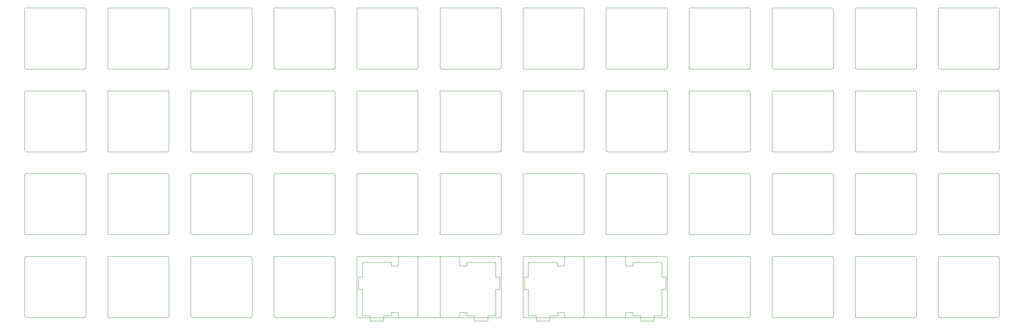
<source format=gbr>
G04 #@! TF.GenerationSoftware,KiCad,Pcbnew,(5.1.4)-1*
G04 #@! TF.CreationDate,2022-02-23T22:21:29-05:00*
G04 #@! TF.ProjectId,ortho-40percent,6f727468-6f2d-4343-9070-657263656e74,rev?*
G04 #@! TF.SameCoordinates,Original*
G04 #@! TF.FileFunction,Other,Comment*
%FSLAX46Y46*%
G04 Gerber Fmt 4.6, Leading zero omitted, Abs format (unit mm)*
G04 Created by KiCad (PCBNEW (5.1.4)-1) date 2022-02-23 22:21:29*
%MOMM*%
%LPD*%
G04 APERTURE LIST*
%ADD10C,0.100000*%
G04 APERTURE END LIST*
D10*
X43260000Y-222920000D02*
G75*
G03X42960000Y-223220000I0J-300000D01*
G01*
X42960000Y-236620000D02*
G75*
G03X43260000Y-236920000I300000J0D01*
G01*
X56960000Y-223220000D02*
G75*
G03X56660000Y-222920000I-300000J0D01*
G01*
X56660000Y-236920000D02*
G75*
G03X56960000Y-236620000I0J300000D01*
G01*
X43260000Y-236920000D02*
X56660000Y-236920000D01*
X42960000Y-236620000D02*
X42960000Y-223220000D01*
X56960000Y-236620000D02*
X56960000Y-223220000D01*
X43260000Y-222920000D02*
X56660000Y-222920000D01*
X62260000Y-222920000D02*
G75*
G03X61960000Y-223220000I0J-300000D01*
G01*
X61960000Y-236620000D02*
G75*
G03X62260000Y-236920000I300000J0D01*
G01*
X75960000Y-223220000D02*
G75*
G03X75660000Y-222920000I-300000J0D01*
G01*
X75660000Y-236920000D02*
G75*
G03X75960000Y-236620000I0J300000D01*
G01*
X62260000Y-236920000D02*
X75660000Y-236920000D01*
X61960000Y-236620000D02*
X61960000Y-223220000D01*
X75960000Y-236620000D02*
X75960000Y-223220000D01*
X62260000Y-222920000D02*
X75660000Y-222920000D01*
X81260000Y-222920000D02*
G75*
G03X80960000Y-223220000I0J-300000D01*
G01*
X80960000Y-236620000D02*
G75*
G03X81260000Y-236920000I300000J0D01*
G01*
X94960000Y-223220000D02*
G75*
G03X94660000Y-222920000I-300000J0D01*
G01*
X94660000Y-236920000D02*
G75*
G03X94960000Y-236620000I0J300000D01*
G01*
X81260000Y-236920000D02*
X94660000Y-236920000D01*
X80960000Y-236620000D02*
X80960000Y-223220000D01*
X94960000Y-236620000D02*
X94960000Y-223220000D01*
X81260000Y-222920000D02*
X94660000Y-222920000D01*
X100260000Y-222920000D02*
G75*
G03X99960000Y-223220000I0J-300000D01*
G01*
X99960000Y-236620000D02*
G75*
G03X100260000Y-236920000I300000J0D01*
G01*
X113960000Y-223220000D02*
G75*
G03X113660000Y-222920000I-300000J0D01*
G01*
X113660000Y-236920000D02*
G75*
G03X113960000Y-236620000I0J300000D01*
G01*
X100260000Y-236920000D02*
X113660000Y-236920000D01*
X99960000Y-236620000D02*
X99960000Y-223220000D01*
X113960000Y-236620000D02*
X113960000Y-223220000D01*
X100260000Y-222920000D02*
X113660000Y-222920000D01*
X119260000Y-222920000D02*
G75*
G03X118960000Y-223220000I0J-300000D01*
G01*
X118960000Y-236620000D02*
G75*
G03X119260000Y-236920000I300000J0D01*
G01*
X132960000Y-223220000D02*
G75*
G03X132660000Y-222920000I-300000J0D01*
G01*
X132660000Y-236920000D02*
G75*
G03X132960000Y-236620000I0J300000D01*
G01*
X119260000Y-236920000D02*
X132660000Y-236920000D01*
X118960000Y-236620000D02*
X118960000Y-223220000D01*
X132960000Y-236620000D02*
X132960000Y-223220000D01*
X119260000Y-222920000D02*
X132660000Y-222920000D01*
X138260000Y-222920000D02*
G75*
G03X137960000Y-223220000I0J-300000D01*
G01*
X137960000Y-236620000D02*
G75*
G03X138260000Y-236920000I300000J0D01*
G01*
X151960000Y-223220000D02*
G75*
G03X151660000Y-222920000I-300000J0D01*
G01*
X151660000Y-236920000D02*
G75*
G03X151960000Y-236620000I0J300000D01*
G01*
X138260000Y-236920000D02*
X151660000Y-236920000D01*
X137960000Y-236620000D02*
X137960000Y-223220000D01*
X151960000Y-236620000D02*
X151960000Y-223220000D01*
X138260000Y-222920000D02*
X151660000Y-222920000D01*
X157260000Y-222920000D02*
G75*
G03X156960000Y-223220000I0J-300000D01*
G01*
X156960000Y-236620000D02*
G75*
G03X157260000Y-236920000I300000J0D01*
G01*
X170960000Y-223220000D02*
G75*
G03X170660000Y-222920000I-300000J0D01*
G01*
X170660000Y-236920000D02*
G75*
G03X170960000Y-236620000I0J300000D01*
G01*
X157260000Y-236920000D02*
X170660000Y-236920000D01*
X156960000Y-236620000D02*
X156960000Y-223220000D01*
X170960000Y-236620000D02*
X170960000Y-223220000D01*
X157260000Y-222920000D02*
X170660000Y-222920000D01*
X176260000Y-222920000D02*
G75*
G03X175960000Y-223220000I0J-300000D01*
G01*
X175960000Y-236620000D02*
G75*
G03X176260000Y-236920000I300000J0D01*
G01*
X189960000Y-223220000D02*
G75*
G03X189660000Y-222920000I-300000J0D01*
G01*
X189660000Y-236920000D02*
G75*
G03X189960000Y-236620000I0J300000D01*
G01*
X176260000Y-236920000D02*
X189660000Y-236920000D01*
X175960000Y-236620000D02*
X175960000Y-223220000D01*
X189960000Y-236620000D02*
X189960000Y-223220000D01*
X176260000Y-222920000D02*
X189660000Y-222920000D01*
X195260000Y-222920000D02*
G75*
G03X194960000Y-223220000I0J-300000D01*
G01*
X194960000Y-236620000D02*
G75*
G03X195260000Y-236920000I300000J0D01*
G01*
X208960000Y-223220000D02*
G75*
G03X208660000Y-222920000I-300000J0D01*
G01*
X208660000Y-236920000D02*
G75*
G03X208960000Y-236620000I0J300000D01*
G01*
X195260000Y-236920000D02*
X208660000Y-236920000D01*
X194960000Y-236620000D02*
X194960000Y-223220000D01*
X208960000Y-236620000D02*
X208960000Y-223220000D01*
X195260000Y-222920000D02*
X208660000Y-222920000D01*
X214260000Y-222920000D02*
G75*
G03X213960000Y-223220000I0J-300000D01*
G01*
X213960000Y-236620000D02*
G75*
G03X214260000Y-236920000I300000J0D01*
G01*
X227960000Y-223220000D02*
G75*
G03X227660000Y-222920000I-300000J0D01*
G01*
X227660000Y-236920000D02*
G75*
G03X227960000Y-236620000I0J300000D01*
G01*
X214260000Y-236920000D02*
X227660000Y-236920000D01*
X213960000Y-236620000D02*
X213960000Y-223220000D01*
X227960000Y-236620000D02*
X227960000Y-223220000D01*
X214260000Y-222920000D02*
X227660000Y-222920000D01*
X233260000Y-222920000D02*
G75*
G03X232960000Y-223220000I0J-300000D01*
G01*
X232960000Y-236620000D02*
G75*
G03X233260000Y-236920000I300000J0D01*
G01*
X246960000Y-223220000D02*
G75*
G03X246660000Y-222920000I-300000J0D01*
G01*
X246660000Y-236920000D02*
G75*
G03X246960000Y-236620000I0J300000D01*
G01*
X233260000Y-236920000D02*
X246660000Y-236920000D01*
X232960000Y-236620000D02*
X232960000Y-223220000D01*
X246960000Y-236620000D02*
X246960000Y-223220000D01*
X233260000Y-222920000D02*
X246660000Y-222920000D01*
X252260000Y-222920000D02*
G75*
G03X251960000Y-223220000I0J-300000D01*
G01*
X251960000Y-236620000D02*
G75*
G03X252260000Y-236920000I300000J0D01*
G01*
X265960000Y-223220000D02*
G75*
G03X265660000Y-222920000I-300000J0D01*
G01*
X265660000Y-236920000D02*
G75*
G03X265960000Y-236620000I0J300000D01*
G01*
X252260000Y-236920000D02*
X265660000Y-236920000D01*
X251960000Y-236620000D02*
X251960000Y-223220000D01*
X265960000Y-236620000D02*
X265960000Y-223220000D01*
X252260000Y-222920000D02*
X265660000Y-222920000D01*
X43260000Y-203920000D02*
G75*
G03X42960000Y-204220000I0J-300000D01*
G01*
X42960000Y-217620000D02*
G75*
G03X43260000Y-217920000I300000J0D01*
G01*
X56960000Y-204220000D02*
G75*
G03X56660000Y-203920000I-300000J0D01*
G01*
X56660000Y-217920000D02*
G75*
G03X56960000Y-217620000I0J300000D01*
G01*
X43260000Y-217920000D02*
X56660000Y-217920000D01*
X42960000Y-217620000D02*
X42960000Y-204220000D01*
X56960000Y-217620000D02*
X56960000Y-204220000D01*
X43260000Y-203920000D02*
X56660000Y-203920000D01*
X62260000Y-203920000D02*
G75*
G03X61960000Y-204220000I0J-300000D01*
G01*
X61960000Y-217620000D02*
G75*
G03X62260000Y-217920000I300000J0D01*
G01*
X75960000Y-204220000D02*
G75*
G03X75660000Y-203920000I-300000J0D01*
G01*
X75660000Y-217920000D02*
G75*
G03X75960000Y-217620000I0J300000D01*
G01*
X62260000Y-217920000D02*
X75660000Y-217920000D01*
X61960000Y-217620000D02*
X61960000Y-204220000D01*
X75960000Y-217620000D02*
X75960000Y-204220000D01*
X62260000Y-203920000D02*
X75660000Y-203920000D01*
X81260000Y-203920000D02*
G75*
G03X80960000Y-204220000I0J-300000D01*
G01*
X80960000Y-217620000D02*
G75*
G03X81260000Y-217920000I300000J0D01*
G01*
X94960000Y-204220000D02*
G75*
G03X94660000Y-203920000I-300000J0D01*
G01*
X94660000Y-217920000D02*
G75*
G03X94960000Y-217620000I0J300000D01*
G01*
X81260000Y-217920000D02*
X94660000Y-217920000D01*
X80960000Y-217620000D02*
X80960000Y-204220000D01*
X94960000Y-217620000D02*
X94960000Y-204220000D01*
X81260000Y-203920000D02*
X94660000Y-203920000D01*
X100260000Y-203920000D02*
G75*
G03X99960000Y-204220000I0J-300000D01*
G01*
X99960000Y-217620000D02*
G75*
G03X100260000Y-217920000I300000J0D01*
G01*
X113960000Y-204220000D02*
G75*
G03X113660000Y-203920000I-300000J0D01*
G01*
X113660000Y-217920000D02*
G75*
G03X113960000Y-217620000I0J300000D01*
G01*
X100260000Y-217920000D02*
X113660000Y-217920000D01*
X99960000Y-217620000D02*
X99960000Y-204220000D01*
X113960000Y-217620000D02*
X113960000Y-204220000D01*
X100260000Y-203920000D02*
X113660000Y-203920000D01*
X119260000Y-203920000D02*
G75*
G03X118960000Y-204220000I0J-300000D01*
G01*
X118960000Y-217620000D02*
G75*
G03X119260000Y-217920000I300000J0D01*
G01*
X132960000Y-204220000D02*
G75*
G03X132660000Y-203920000I-300000J0D01*
G01*
X132660000Y-217920000D02*
G75*
G03X132960000Y-217620000I0J300000D01*
G01*
X119260000Y-217920000D02*
X132660000Y-217920000D01*
X118960000Y-217620000D02*
X118960000Y-204220000D01*
X132960000Y-217620000D02*
X132960000Y-204220000D01*
X119260000Y-203920000D02*
X132660000Y-203920000D01*
X138260000Y-203920000D02*
G75*
G03X137960000Y-204220000I0J-300000D01*
G01*
X137960000Y-217620000D02*
G75*
G03X138260000Y-217920000I300000J0D01*
G01*
X151960000Y-204220000D02*
G75*
G03X151660000Y-203920000I-300000J0D01*
G01*
X151660000Y-217920000D02*
G75*
G03X151960000Y-217620000I0J300000D01*
G01*
X138260000Y-217920000D02*
X151660000Y-217920000D01*
X137960000Y-217620000D02*
X137960000Y-204220000D01*
X151960000Y-217620000D02*
X151960000Y-204220000D01*
X138260000Y-203920000D02*
X151660000Y-203920000D01*
X157260000Y-203920000D02*
G75*
G03X156960000Y-204220000I0J-300000D01*
G01*
X156960000Y-217620000D02*
G75*
G03X157260000Y-217920000I300000J0D01*
G01*
X170960000Y-204220000D02*
G75*
G03X170660000Y-203920000I-300000J0D01*
G01*
X170660000Y-217920000D02*
G75*
G03X170960000Y-217620000I0J300000D01*
G01*
X157260000Y-217920000D02*
X170660000Y-217920000D01*
X156960000Y-217620000D02*
X156960000Y-204220000D01*
X170960000Y-217620000D02*
X170960000Y-204220000D01*
X157260000Y-203920000D02*
X170660000Y-203920000D01*
X176260000Y-203920000D02*
G75*
G03X175960000Y-204220000I0J-300000D01*
G01*
X175960000Y-217620000D02*
G75*
G03X176260000Y-217920000I300000J0D01*
G01*
X189960000Y-204220000D02*
G75*
G03X189660000Y-203920000I-300000J0D01*
G01*
X189660000Y-217920000D02*
G75*
G03X189960000Y-217620000I0J300000D01*
G01*
X176260000Y-217920000D02*
X189660000Y-217920000D01*
X175960000Y-217620000D02*
X175960000Y-204220000D01*
X189960000Y-217620000D02*
X189960000Y-204220000D01*
X176260000Y-203920000D02*
X189660000Y-203920000D01*
X195260000Y-203920000D02*
G75*
G03X194960000Y-204220000I0J-300000D01*
G01*
X194960000Y-217620000D02*
G75*
G03X195260000Y-217920000I300000J0D01*
G01*
X208960000Y-204220000D02*
G75*
G03X208660000Y-203920000I-300000J0D01*
G01*
X208660000Y-217920000D02*
G75*
G03X208960000Y-217620000I0J300000D01*
G01*
X195260000Y-217920000D02*
X208660000Y-217920000D01*
X194960000Y-217620000D02*
X194960000Y-204220000D01*
X208960000Y-217620000D02*
X208960000Y-204220000D01*
X195260000Y-203920000D02*
X208660000Y-203920000D01*
X214260000Y-203920000D02*
G75*
G03X213960000Y-204220000I0J-300000D01*
G01*
X213960000Y-217620000D02*
G75*
G03X214260000Y-217920000I300000J0D01*
G01*
X227960000Y-204220000D02*
G75*
G03X227660000Y-203920000I-300000J0D01*
G01*
X227660000Y-217920000D02*
G75*
G03X227960000Y-217620000I0J300000D01*
G01*
X214260000Y-217920000D02*
X227660000Y-217920000D01*
X213960000Y-217620000D02*
X213960000Y-204220000D01*
X227960000Y-217620000D02*
X227960000Y-204220000D01*
X214260000Y-203920000D02*
X227660000Y-203920000D01*
X233260000Y-203920000D02*
G75*
G03X232960000Y-204220000I0J-300000D01*
G01*
X232960000Y-217620000D02*
G75*
G03X233260000Y-217920000I300000J0D01*
G01*
X246960000Y-204220000D02*
G75*
G03X246660000Y-203920000I-300000J0D01*
G01*
X246660000Y-217920000D02*
G75*
G03X246960000Y-217620000I0J300000D01*
G01*
X233260000Y-217920000D02*
X246660000Y-217920000D01*
X232960000Y-217620000D02*
X232960000Y-204220000D01*
X246960000Y-217620000D02*
X246960000Y-204220000D01*
X233260000Y-203920000D02*
X246660000Y-203920000D01*
X252260000Y-203920000D02*
G75*
G03X251960000Y-204220000I0J-300000D01*
G01*
X251960000Y-217620000D02*
G75*
G03X252260000Y-217920000I300000J0D01*
G01*
X265960000Y-204220000D02*
G75*
G03X265660000Y-203920000I-300000J0D01*
G01*
X265660000Y-217920000D02*
G75*
G03X265960000Y-217620000I0J300000D01*
G01*
X252260000Y-217920000D02*
X265660000Y-217920000D01*
X251960000Y-217620000D02*
X251960000Y-204220000D01*
X265960000Y-217620000D02*
X265960000Y-204220000D01*
X252260000Y-203920000D02*
X265660000Y-203920000D01*
X43260000Y-184920000D02*
G75*
G03X42960000Y-185220000I0J-300000D01*
G01*
X42960000Y-198620000D02*
G75*
G03X43260000Y-198920000I300000J0D01*
G01*
X56960000Y-185220000D02*
G75*
G03X56660000Y-184920000I-300000J0D01*
G01*
X56660000Y-198920000D02*
G75*
G03X56960000Y-198620000I0J300000D01*
G01*
X43260000Y-198920000D02*
X56660000Y-198920000D01*
X42960000Y-198620000D02*
X42960000Y-185220000D01*
X56960000Y-198620000D02*
X56960000Y-185220000D01*
X43260000Y-184920000D02*
X56660000Y-184920000D01*
X62260000Y-184920000D02*
G75*
G03X61960000Y-185220000I0J-300000D01*
G01*
X61960000Y-198620000D02*
G75*
G03X62260000Y-198920000I300000J0D01*
G01*
X75960000Y-185220000D02*
G75*
G03X75660000Y-184920000I-300000J0D01*
G01*
X75660000Y-198920000D02*
G75*
G03X75960000Y-198620000I0J300000D01*
G01*
X62260000Y-198920000D02*
X75660000Y-198920000D01*
X61960000Y-198620000D02*
X61960000Y-185220000D01*
X75960000Y-198620000D02*
X75960000Y-185220000D01*
X62260000Y-184920000D02*
X75660000Y-184920000D01*
X81260000Y-184920000D02*
G75*
G03X80960000Y-185220000I0J-300000D01*
G01*
X80960000Y-198620000D02*
G75*
G03X81260000Y-198920000I300000J0D01*
G01*
X94960000Y-185220000D02*
G75*
G03X94660000Y-184920000I-300000J0D01*
G01*
X94660000Y-198920000D02*
G75*
G03X94960000Y-198620000I0J300000D01*
G01*
X81260000Y-198920000D02*
X94660000Y-198920000D01*
X80960000Y-198620000D02*
X80960000Y-185220000D01*
X94960000Y-198620000D02*
X94960000Y-185220000D01*
X81260000Y-184920000D02*
X94660000Y-184920000D01*
X100260000Y-184920000D02*
G75*
G03X99960000Y-185220000I0J-300000D01*
G01*
X99960000Y-198620000D02*
G75*
G03X100260000Y-198920000I300000J0D01*
G01*
X113960000Y-185220000D02*
G75*
G03X113660000Y-184920000I-300000J0D01*
G01*
X113660000Y-198920000D02*
G75*
G03X113960000Y-198620000I0J300000D01*
G01*
X100260000Y-198920000D02*
X113660000Y-198920000D01*
X99960000Y-198620000D02*
X99960000Y-185220000D01*
X113960000Y-198620000D02*
X113960000Y-185220000D01*
X100260000Y-184920000D02*
X113660000Y-184920000D01*
X119260000Y-184920000D02*
G75*
G03X118960000Y-185220000I0J-300000D01*
G01*
X118960000Y-198620000D02*
G75*
G03X119260000Y-198920000I300000J0D01*
G01*
X132960000Y-185220000D02*
G75*
G03X132660000Y-184920000I-300000J0D01*
G01*
X132660000Y-198920000D02*
G75*
G03X132960000Y-198620000I0J300000D01*
G01*
X119260000Y-198920000D02*
X132660000Y-198920000D01*
X118960000Y-198620000D02*
X118960000Y-185220000D01*
X132960000Y-198620000D02*
X132960000Y-185220000D01*
X119260000Y-184920000D02*
X132660000Y-184920000D01*
X138260000Y-184920000D02*
G75*
G03X137960000Y-185220000I0J-300000D01*
G01*
X137960000Y-198620000D02*
G75*
G03X138260000Y-198920000I300000J0D01*
G01*
X151960000Y-185220000D02*
G75*
G03X151660000Y-184920000I-300000J0D01*
G01*
X151660000Y-198920000D02*
G75*
G03X151960000Y-198620000I0J300000D01*
G01*
X138260000Y-198920000D02*
X151660000Y-198920000D01*
X137960000Y-198620000D02*
X137960000Y-185220000D01*
X151960000Y-198620000D02*
X151960000Y-185220000D01*
X138260000Y-184920000D02*
X151660000Y-184920000D01*
X157260000Y-184920000D02*
G75*
G03X156960000Y-185220000I0J-300000D01*
G01*
X156960000Y-198620000D02*
G75*
G03X157260000Y-198920000I300000J0D01*
G01*
X170960000Y-185220000D02*
G75*
G03X170660000Y-184920000I-300000J0D01*
G01*
X170660000Y-198920000D02*
G75*
G03X170960000Y-198620000I0J300000D01*
G01*
X157260000Y-198920000D02*
X170660000Y-198920000D01*
X156960000Y-198620000D02*
X156960000Y-185220000D01*
X170960000Y-198620000D02*
X170960000Y-185220000D01*
X157260000Y-184920000D02*
X170660000Y-184920000D01*
X176260000Y-184920000D02*
G75*
G03X175960000Y-185220000I0J-300000D01*
G01*
X175960000Y-198620000D02*
G75*
G03X176260000Y-198920000I300000J0D01*
G01*
X189960000Y-185220000D02*
G75*
G03X189660000Y-184920000I-300000J0D01*
G01*
X189660000Y-198920000D02*
G75*
G03X189960000Y-198620000I0J300000D01*
G01*
X176260000Y-198920000D02*
X189660000Y-198920000D01*
X175960000Y-198620000D02*
X175960000Y-185220000D01*
X189960000Y-198620000D02*
X189960000Y-185220000D01*
X176260000Y-184920000D02*
X189660000Y-184920000D01*
X195260000Y-184920000D02*
G75*
G03X194960000Y-185220000I0J-300000D01*
G01*
X194960000Y-198620000D02*
G75*
G03X195260000Y-198920000I300000J0D01*
G01*
X208960000Y-185220000D02*
G75*
G03X208660000Y-184920000I-300000J0D01*
G01*
X208660000Y-198920000D02*
G75*
G03X208960000Y-198620000I0J300000D01*
G01*
X195260000Y-198920000D02*
X208660000Y-198920000D01*
X194960000Y-198620000D02*
X194960000Y-185220000D01*
X208960000Y-198620000D02*
X208960000Y-185220000D01*
X195260000Y-184920000D02*
X208660000Y-184920000D01*
X214260000Y-184920000D02*
G75*
G03X213960000Y-185220000I0J-300000D01*
G01*
X213960000Y-198620000D02*
G75*
G03X214260000Y-198920000I300000J0D01*
G01*
X227960000Y-185220000D02*
G75*
G03X227660000Y-184920000I-300000J0D01*
G01*
X227660000Y-198920000D02*
G75*
G03X227960000Y-198620000I0J300000D01*
G01*
X214260000Y-198920000D02*
X227660000Y-198920000D01*
X213960000Y-198620000D02*
X213960000Y-185220000D01*
X227960000Y-198620000D02*
X227960000Y-185220000D01*
X214260000Y-184920000D02*
X227660000Y-184920000D01*
X233260000Y-184920000D02*
G75*
G03X232960000Y-185220000I0J-300000D01*
G01*
X232960000Y-198620000D02*
G75*
G03X233260000Y-198920000I300000J0D01*
G01*
X246960000Y-185220000D02*
G75*
G03X246660000Y-184920000I-300000J0D01*
G01*
X246660000Y-198920000D02*
G75*
G03X246960000Y-198620000I0J300000D01*
G01*
X233260000Y-198920000D02*
X246660000Y-198920000D01*
X232960000Y-198620000D02*
X232960000Y-185220000D01*
X246960000Y-198620000D02*
X246960000Y-185220000D01*
X233260000Y-184920000D02*
X246660000Y-184920000D01*
X252260000Y-184920000D02*
G75*
G03X251960000Y-185220000I0J-300000D01*
G01*
X251960000Y-198620000D02*
G75*
G03X252260000Y-198920000I300000J0D01*
G01*
X265960000Y-185220000D02*
G75*
G03X265660000Y-184920000I-300000J0D01*
G01*
X265660000Y-198920000D02*
G75*
G03X265960000Y-198620000I0J300000D01*
G01*
X252260000Y-198920000D02*
X265660000Y-198920000D01*
X251960000Y-198620000D02*
X251960000Y-185220000D01*
X265960000Y-198620000D02*
X265960000Y-185220000D01*
X252260000Y-184920000D02*
X265660000Y-184920000D01*
X43260000Y-165920000D02*
G75*
G03X42960000Y-166220000I0J-300000D01*
G01*
X42960000Y-179620000D02*
G75*
G03X43260000Y-179920000I300000J0D01*
G01*
X56960000Y-166220000D02*
G75*
G03X56660000Y-165920000I-300000J0D01*
G01*
X56660000Y-179920000D02*
G75*
G03X56960000Y-179620000I0J300000D01*
G01*
X43260000Y-179920000D02*
X56660000Y-179920000D01*
X42960000Y-179620000D02*
X42960000Y-166220000D01*
X56960000Y-179620000D02*
X56960000Y-166220000D01*
X43260000Y-165920000D02*
X56660000Y-165920000D01*
X62260000Y-165920000D02*
G75*
G03X61960000Y-166220000I0J-300000D01*
G01*
X61960000Y-179620000D02*
G75*
G03X62260000Y-179920000I300000J0D01*
G01*
X75960000Y-166220000D02*
G75*
G03X75660000Y-165920000I-300000J0D01*
G01*
X75660000Y-179920000D02*
G75*
G03X75960000Y-179620000I0J300000D01*
G01*
X62260000Y-179920000D02*
X75660000Y-179920000D01*
X61960000Y-179620000D02*
X61960000Y-166220000D01*
X75960000Y-179620000D02*
X75960000Y-166220000D01*
X62260000Y-165920000D02*
X75660000Y-165920000D01*
X81260000Y-165920000D02*
G75*
G03X80960000Y-166220000I0J-300000D01*
G01*
X80960000Y-179620000D02*
G75*
G03X81260000Y-179920000I300000J0D01*
G01*
X94960000Y-166220000D02*
G75*
G03X94660000Y-165920000I-300000J0D01*
G01*
X94660000Y-179920000D02*
G75*
G03X94960000Y-179620000I0J300000D01*
G01*
X81260000Y-179920000D02*
X94660000Y-179920000D01*
X80960000Y-179620000D02*
X80960000Y-166220000D01*
X94960000Y-179620000D02*
X94960000Y-166220000D01*
X81260000Y-165920000D02*
X94660000Y-165920000D01*
X100260000Y-165920000D02*
G75*
G03X99960000Y-166220000I0J-300000D01*
G01*
X99960000Y-179620000D02*
G75*
G03X100260000Y-179920000I300000J0D01*
G01*
X113960000Y-166220000D02*
G75*
G03X113660000Y-165920000I-300000J0D01*
G01*
X113660000Y-179920000D02*
G75*
G03X113960000Y-179620000I0J300000D01*
G01*
X100260000Y-179920000D02*
X113660000Y-179920000D01*
X99960000Y-179620000D02*
X99960000Y-166220000D01*
X113960000Y-179620000D02*
X113960000Y-166220000D01*
X100260000Y-165920000D02*
X113660000Y-165920000D01*
X119260000Y-165920000D02*
G75*
G03X118960000Y-166220000I0J-300000D01*
G01*
X118960000Y-179620000D02*
G75*
G03X119260000Y-179920000I300000J0D01*
G01*
X132960000Y-166220000D02*
G75*
G03X132660000Y-165920000I-300000J0D01*
G01*
X132660000Y-179920000D02*
G75*
G03X132960000Y-179620000I0J300000D01*
G01*
X119260000Y-179920000D02*
X132660000Y-179920000D01*
X118960000Y-179620000D02*
X118960000Y-166220000D01*
X132960000Y-179620000D02*
X132960000Y-166220000D01*
X119260000Y-165920000D02*
X132660000Y-165920000D01*
X138260000Y-165920000D02*
G75*
G03X137960000Y-166220000I0J-300000D01*
G01*
X137960000Y-179620000D02*
G75*
G03X138260000Y-179920000I300000J0D01*
G01*
X151960000Y-166220000D02*
G75*
G03X151660000Y-165920000I-300000J0D01*
G01*
X151660000Y-179920000D02*
G75*
G03X151960000Y-179620000I0J300000D01*
G01*
X138260000Y-179920000D02*
X151660000Y-179920000D01*
X137960000Y-179620000D02*
X137960000Y-166220000D01*
X151960000Y-179620000D02*
X151960000Y-166220000D01*
X138260000Y-165920000D02*
X151660000Y-165920000D01*
X157260000Y-165920000D02*
G75*
G03X156960000Y-166220000I0J-300000D01*
G01*
X156960000Y-179620000D02*
G75*
G03X157260000Y-179920000I300000J0D01*
G01*
X170960000Y-166220000D02*
G75*
G03X170660000Y-165920000I-300000J0D01*
G01*
X170660000Y-179920000D02*
G75*
G03X170960000Y-179620000I0J300000D01*
G01*
X157260000Y-179920000D02*
X170660000Y-179920000D01*
X156960000Y-179620000D02*
X156960000Y-166220000D01*
X170960000Y-179620000D02*
X170960000Y-166220000D01*
X157260000Y-165920000D02*
X170660000Y-165920000D01*
X176260000Y-165920000D02*
G75*
G03X175960000Y-166220000I0J-300000D01*
G01*
X175960000Y-179620000D02*
G75*
G03X176260000Y-179920000I300000J0D01*
G01*
X189960000Y-166220000D02*
G75*
G03X189660000Y-165920000I-300000J0D01*
G01*
X189660000Y-179920000D02*
G75*
G03X189960000Y-179620000I0J300000D01*
G01*
X176260000Y-179920000D02*
X189660000Y-179920000D01*
X175960000Y-179620000D02*
X175960000Y-166220000D01*
X189960000Y-179620000D02*
X189960000Y-166220000D01*
X176260000Y-165920000D02*
X189660000Y-165920000D01*
X195260000Y-165920000D02*
G75*
G03X194960000Y-166220000I0J-300000D01*
G01*
X194960000Y-179620000D02*
G75*
G03X195260000Y-179920000I300000J0D01*
G01*
X208960000Y-166220000D02*
G75*
G03X208660000Y-165920000I-300000J0D01*
G01*
X208660000Y-179920000D02*
G75*
G03X208960000Y-179620000I0J300000D01*
G01*
X195260000Y-179920000D02*
X208660000Y-179920000D01*
X194960000Y-179620000D02*
X194960000Y-166220000D01*
X208960000Y-179620000D02*
X208960000Y-166220000D01*
X195260000Y-165920000D02*
X208660000Y-165920000D01*
X214260000Y-165920000D02*
G75*
G03X213960000Y-166220000I0J-300000D01*
G01*
X213960000Y-179620000D02*
G75*
G03X214260000Y-179920000I300000J0D01*
G01*
X227960000Y-166220000D02*
G75*
G03X227660000Y-165920000I-300000J0D01*
G01*
X227660000Y-179920000D02*
G75*
G03X227960000Y-179620000I0J300000D01*
G01*
X214260000Y-179920000D02*
X227660000Y-179920000D01*
X213960000Y-179620000D02*
X213960000Y-166220000D01*
X227960000Y-179620000D02*
X227960000Y-166220000D01*
X214260000Y-165920000D02*
X227660000Y-165920000D01*
X233260000Y-165920000D02*
G75*
G03X232960000Y-166220000I0J-300000D01*
G01*
X232960000Y-179620000D02*
G75*
G03X233260000Y-179920000I300000J0D01*
G01*
X246960000Y-166220000D02*
G75*
G03X246660000Y-165920000I-300000J0D01*
G01*
X246660000Y-179920000D02*
G75*
G03X246960000Y-179620000I0J300000D01*
G01*
X233260000Y-179920000D02*
X246660000Y-179920000D01*
X232960000Y-179620000D02*
X232960000Y-166220000D01*
X246960000Y-179620000D02*
X246960000Y-166220000D01*
X233260000Y-165920000D02*
X246660000Y-165920000D01*
X252260000Y-165920000D02*
G75*
G03X251960000Y-166220000I0J-300000D01*
G01*
X251960000Y-179620000D02*
G75*
G03X252260000Y-179920000I300000J0D01*
G01*
X265960000Y-166220000D02*
G75*
G03X265660000Y-165920000I-300000J0D01*
G01*
X265660000Y-179920000D02*
G75*
G03X265960000Y-179620000I0J300000D01*
G01*
X252260000Y-179920000D02*
X265660000Y-179920000D01*
X251960000Y-179620000D02*
X251960000Y-166220000D01*
X265960000Y-179620000D02*
X265960000Y-166220000D01*
X252260000Y-165920000D02*
X265660000Y-165920000D01*
X142160000Y-236920000D02*
X128760000Y-236920000D01*
X128460000Y-223220000D02*
X128460000Y-225050000D01*
X142460000Y-235750000D02*
X142460000Y-236620000D01*
X142160000Y-222920000D02*
X128760000Y-222920000D01*
X150740000Y-224240000D02*
X150740000Y-227640000D01*
X150740000Y-227640000D02*
X151640000Y-227640000D01*
X151640000Y-227640000D02*
X151640000Y-230440000D01*
X151640000Y-230440000D02*
X150740000Y-230440000D01*
X150740000Y-230440000D02*
X150740000Y-236540000D01*
X150740000Y-236540000D02*
X148940000Y-236540000D01*
X148940000Y-236540000D02*
X148940000Y-237710000D01*
X148940000Y-237710000D02*
X145890000Y-237710000D01*
X145890000Y-237710000D02*
X145890000Y-236540000D01*
X145890000Y-236540000D02*
X144090000Y-236540000D01*
X144090000Y-236540000D02*
X144090000Y-235750000D01*
X144090000Y-235750000D02*
X142460000Y-235750000D01*
X150740000Y-224240000D02*
X144090000Y-224240000D01*
X144090000Y-224240000D02*
X144090000Y-225050000D01*
X144090000Y-225050000D02*
X142460000Y-225050000D01*
X120180000Y-224240000D02*
X120180000Y-227640000D01*
X119280000Y-230440000D02*
X120180000Y-230440000D01*
X126830000Y-224240000D02*
X126830000Y-225050000D01*
X121980000Y-236540000D02*
X121980000Y-237710000D01*
X121980000Y-237710000D02*
X125030000Y-237710000D01*
X126830000Y-225050000D02*
X128460000Y-225050000D01*
X120180000Y-227640000D02*
X119280000Y-227640000D01*
X120180000Y-236540000D02*
X121980000Y-236540000D01*
X125030000Y-236540000D02*
X126830000Y-236540000D01*
X120180000Y-230440000D02*
X120180000Y-236540000D01*
X125030000Y-237710000D02*
X125030000Y-236540000D01*
X119280000Y-227640000D02*
X119280000Y-230440000D01*
X126830000Y-235750000D02*
X128460000Y-235750000D01*
X120180000Y-224240000D02*
X126830000Y-224240000D01*
X126830000Y-236540000D02*
X126830000Y-235750000D01*
X142460000Y-223220000D02*
X142460000Y-225050000D01*
X128460000Y-235750000D02*
X128460000Y-236620000D01*
X128760000Y-222920000D02*
G75*
G03X128460000Y-223220000I0J-300000D01*
G01*
X142460000Y-223220000D02*
G75*
G03X142160000Y-222920000I-300000J0D01*
G01*
X128460000Y-236620000D02*
G75*
G03X128760000Y-236920000I300000J0D01*
G01*
X142160000Y-236920000D02*
G75*
G03X142460000Y-236620000I0J300000D01*
G01*
X180160000Y-236920000D02*
X166760000Y-236920000D01*
X166460000Y-223220000D02*
X166460000Y-225050000D01*
X180460000Y-235750000D02*
X180460000Y-236620000D01*
X180160000Y-222920000D02*
X166760000Y-222920000D01*
X188740000Y-224240000D02*
X188740000Y-227640000D01*
X188740000Y-227640000D02*
X189640000Y-227640000D01*
X189640000Y-227640000D02*
X189640000Y-230440000D01*
X189640000Y-230440000D02*
X188740000Y-230440000D01*
X188740000Y-230440000D02*
X188740000Y-236540000D01*
X188740000Y-236540000D02*
X186940000Y-236540000D01*
X186940000Y-236540000D02*
X186940000Y-237710000D01*
X186940000Y-237710000D02*
X183890000Y-237710000D01*
X183890000Y-237710000D02*
X183890000Y-236540000D01*
X183890000Y-236540000D02*
X182090000Y-236540000D01*
X182090000Y-236540000D02*
X182090000Y-235750000D01*
X182090000Y-235750000D02*
X180460000Y-235750000D01*
X188740000Y-224240000D02*
X182090000Y-224240000D01*
X182090000Y-224240000D02*
X182090000Y-225050000D01*
X182090000Y-225050000D02*
X180460000Y-225050000D01*
X158180000Y-224240000D02*
X158180000Y-227640000D01*
X157280000Y-230440000D02*
X158180000Y-230440000D01*
X164830000Y-224240000D02*
X164830000Y-225050000D01*
X159980000Y-236540000D02*
X159980000Y-237710000D01*
X159980000Y-237710000D02*
X163030000Y-237710000D01*
X164830000Y-225050000D02*
X166460000Y-225050000D01*
X158180000Y-227640000D02*
X157280000Y-227640000D01*
X158180000Y-236540000D02*
X159980000Y-236540000D01*
X163030000Y-236540000D02*
X164830000Y-236540000D01*
X158180000Y-230440000D02*
X158180000Y-236540000D01*
X163030000Y-237710000D02*
X163030000Y-236540000D01*
X157280000Y-227640000D02*
X157280000Y-230440000D01*
X164830000Y-235750000D02*
X166460000Y-235750000D01*
X158180000Y-224240000D02*
X164830000Y-224240000D01*
X164830000Y-236540000D02*
X164830000Y-235750000D01*
X180460000Y-223220000D02*
X180460000Y-225050000D01*
X166460000Y-235750000D02*
X166460000Y-236620000D01*
X166760000Y-222920000D02*
G75*
G03X166460000Y-223220000I0J-300000D01*
G01*
X180460000Y-223220000D02*
G75*
G03X180160000Y-222920000I-300000J0D01*
G01*
X166460000Y-236620000D02*
G75*
G03X166760000Y-236920000I300000J0D01*
G01*
X180160000Y-236920000D02*
G75*
G03X180460000Y-236620000I0J300000D01*
G01*
M02*

</source>
